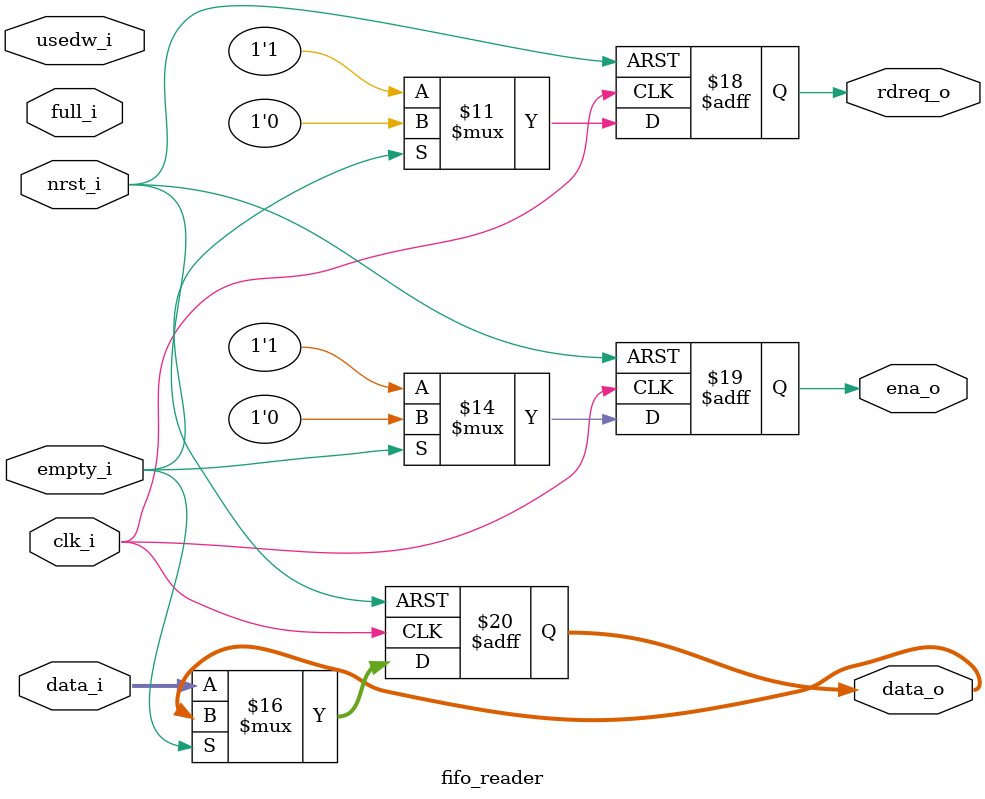
<source format=sv>
module fifo_reader
#(
  parameter SHOW_AHEAD = 1,
  parameter D_WIDTH = 24
)
(
  input               clk_i,
  input               nrst_i,
  
  input [D_WIDTH-1:0] data_i,

	input               empty_i,
	input               full_i, 
	input [2:0]         usedw_i, // TODO: fix width
         
	output logic                rdreq_o,
  output logic [D_WIDTH-1:0]  data_o,
  output logic                ena_o
);

// TODO: add 'generate-if' for not show_ahead fifo

always_ff @( posedge clk_i or negedge nrst_i )
  if( ~nrst_i )
    data_o <= '0;
  else
    if( ~empty_i )
      data_o <= data_i;

always_ff @( posedge clk_i or negedge nrst_i )
  if( ~nrst_i )
    ena_o <= '0;
  else
    if( ~empty_i )
      ena_o <= '1;
    else
      ena_o <= '0;

always_ff @( posedge clk_i or negedge nrst_i )
  if( ~nrst_i )
    rdreq_o <= '0;
  else
    if( ~empty_i )
      rdreq_o <= '1;
    else
      rdreq_o <= '0;

endmodule


</source>
